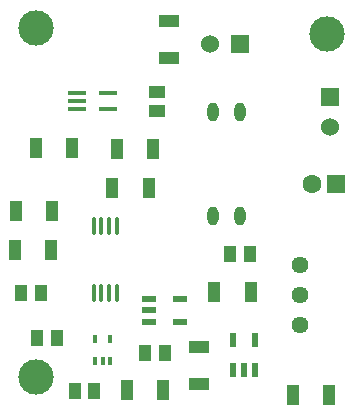
<source format=gbr>
%TF.GenerationSoftware,KiCad,Pcbnew,8.0.0*%
%TF.CreationDate,2024-06-23T14:12:47+02:00*%
%TF.ProjectId,SCS TSAL Green LED,53435320-5453-4414-9c20-477265656e20,rev?*%
%TF.SameCoordinates,Original*%
%TF.FileFunction,Soldermask,Top*%
%TF.FilePolarity,Negative*%
%FSLAX46Y46*%
G04 Gerber Fmt 4.6, Leading zero omitted, Abs format (unit mm)*
G04 Created by KiCad (PCBNEW 8.0.0) date 2024-06-23 14:12:47*
%MOMM*%
%LPD*%
G01*
G04 APERTURE LIST*
G04 Aperture macros list*
%AMRoundRect*
0 Rectangle with rounded corners*
0 $1 Rounding radius*
0 $2 $3 $4 $5 $6 $7 $8 $9 X,Y pos of 4 corners*
0 Add a 4 corners polygon primitive as box body*
4,1,4,$2,$3,$4,$5,$6,$7,$8,$9,$2,$3,0*
0 Add four circle primitives for the rounded corners*
1,1,$1+$1,$2,$3*
1,1,$1+$1,$4,$5*
1,1,$1+$1,$6,$7*
1,1,$1+$1,$8,$9*
0 Add four rect primitives between the rounded corners*
20,1,$1+$1,$2,$3,$4,$5,0*
20,1,$1+$1,$4,$5,$6,$7,0*
20,1,$1+$1,$6,$7,$8,$9,0*
20,1,$1+$1,$8,$9,$2,$3,0*%
G04 Aperture macros list end*
%ADD10R,1.070000X1.470000*%
%ADD11RoundRect,0.100000X0.100000X-0.225000X0.100000X0.225000X-0.100000X0.225000X-0.100000X-0.225000X0*%
%ADD12RoundRect,0.100000X-0.650000X-0.100000X0.650000X-0.100000X0.650000X0.100000X-0.650000X0.100000X0*%
%ADD13R,1.530000X1.530000*%
%ADD14C,1.530000*%
%ADD15O,0.950000X1.600000*%
%ADD16C,3.000000*%
%ADD17C,1.440000*%
%ADD18R,1.470000X1.070000*%
%ADD19R,1.050000X1.800000*%
%ADD20R,1.600000X1.600000*%
%ADD21C,1.600000*%
%ADD22RoundRect,0.100000X0.100000X-0.637500X0.100000X0.637500X-0.100000X0.637500X-0.100000X-0.637500X0*%
%ADD23R,1.800000X1.050000*%
%ADD24R,0.600000X1.150000*%
%ADD25R,1.150000X0.600000*%
G04 APERTURE END LIST*
D10*
%TO.C,C2*%
X90901478Y-70827361D03*
X92541478Y-70827361D03*
%TD*%
%TO.C,C6*%
X83713278Y-79183961D03*
X85353278Y-79183961D03*
%TD*%
D11*
%TO.C,CP1*%
X79453278Y-79915561D03*
X80103278Y-79915561D03*
X80753278Y-79915561D03*
X80753278Y-78015561D03*
X79453278Y-78015561D03*
%TD*%
D12*
%TO.C,U1*%
X77894678Y-57197961D03*
X77894678Y-57847961D03*
X77894678Y-58497961D03*
X80554678Y-58497961D03*
X80554678Y-57197961D03*
%TD*%
D13*
%TO.C,J2*%
X99341478Y-57492361D03*
D14*
X99341478Y-60032361D03*
%TD*%
D15*
%TO.C,K1*%
X89435478Y-67562361D03*
X91721478Y-67562361D03*
X91721478Y-58762361D03*
X89435478Y-58762361D03*
%TD*%
D13*
%TO.C,J1*%
X91721478Y-53047361D03*
D14*
X89181478Y-53047361D03*
%TD*%
D16*
%TO.C,*%
X99087478Y-52209161D03*
%TD*%
D17*
%TO.C,U3*%
X96769478Y-71777861D03*
X96769478Y-74317861D03*
X96769478Y-76857861D03*
%TD*%
D18*
%TO.C,C4*%
X84711078Y-57078761D03*
X84711078Y-58718761D03*
%TD*%
D19*
%TO.C,R3*%
X74423478Y-61810361D03*
X77523478Y-61810361D03*
%TD*%
%TO.C,R9*%
X82119678Y-82358961D03*
X85219678Y-82358961D03*
%TD*%
%TO.C,R4*%
X75821678Y-67144361D03*
X72721678Y-67144361D03*
%TD*%
%TO.C,R10*%
X99291278Y-82790761D03*
X96191278Y-82790761D03*
%TD*%
%TO.C,R5*%
X72645478Y-70497161D03*
X75745478Y-70497161D03*
%TD*%
D20*
%TO.C,C1*%
X99849478Y-64858361D03*
D21*
X97849478Y-64858361D03*
%TD*%
D22*
%TO.C,U2*%
X79341478Y-74147461D03*
X79991478Y-74147461D03*
X80641478Y-74147461D03*
X81291478Y-74147461D03*
X81291478Y-68422461D03*
X80641478Y-68422461D03*
X79991478Y-68422461D03*
X79341478Y-68422461D03*
%TD*%
D16*
%TO.C,*%
X74449478Y-51650361D03*
%TD*%
D19*
%TO.C,R7*%
X84381478Y-61937361D03*
X81281478Y-61937361D03*
%TD*%
%TO.C,R6*%
X80900478Y-65239361D03*
X84000478Y-65239361D03*
%TD*%
D23*
%TO.C,R2*%
X85727078Y-51090961D03*
X85727078Y-54190961D03*
%TD*%
%TO.C,R8*%
X88241678Y-78700761D03*
X88241678Y-81800761D03*
%TD*%
D10*
%TO.C,C3*%
X73223078Y-74078561D03*
X74863078Y-74078561D03*
%TD*%
%TO.C,C5*%
X74569278Y-77964761D03*
X76209278Y-77964761D03*
%TD*%
D19*
%TO.C,R1*%
X92636478Y-74002361D03*
X89536478Y-74002361D03*
%TD*%
D10*
%TO.C,C7*%
X77744278Y-82435161D03*
X79384278Y-82435161D03*
%TD*%
D24*
%TO.C,G2*%
X91101678Y-80661761D03*
X92051678Y-80661761D03*
X93001678Y-80661761D03*
X93001678Y-78061761D03*
X91101678Y-78061761D03*
%TD*%
D16*
%TO.C,*%
X74424078Y-81215961D03*
%TD*%
D25*
%TO.C,G1*%
X84041478Y-74642361D03*
X84041478Y-75592361D03*
X84041478Y-76542361D03*
X86641478Y-76542361D03*
X86641478Y-74642361D03*
%TD*%
M02*

</source>
